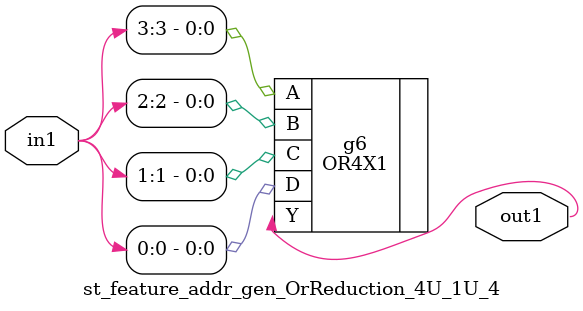
<source format=v>
`timescale 1ps / 1ps


module st_feature_addr_gen_OrReduction_4U_1U_4(in1, out1);
  input [3:0] in1;
  output out1;
  wire [3:0] in1;
  wire out1;
  OR4X1 g6(.A (in1[3]), .B (in1[2]), .C (in1[1]), .D (in1[0]), .Y
       (out1));
endmodule



</source>
